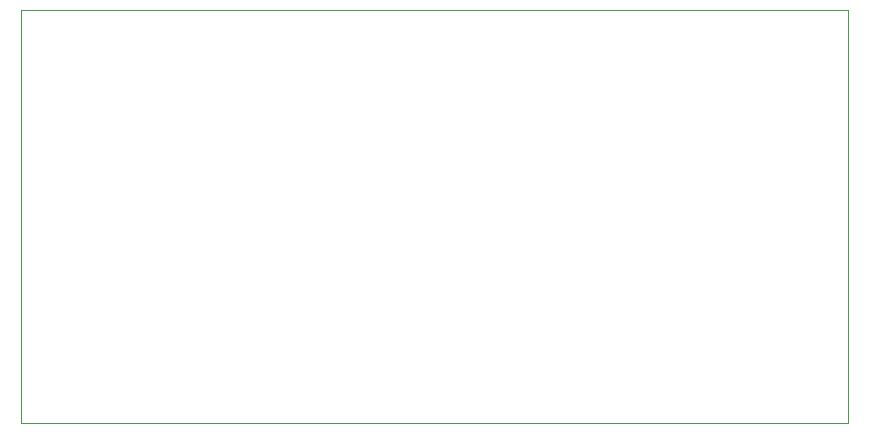
<source format=gm1>
G04 #@! TF.GenerationSoftware,KiCad,Pcbnew,8.0.3*
G04 #@! TF.CreationDate,2024-07-01T21:16:25+08:00*
G04 #@! TF.ProjectId,PD board,50442062-6f61-4726-942e-6b696361645f,rev?*
G04 #@! TF.SameCoordinates,Original*
G04 #@! TF.FileFunction,Profile,NP*
%FSLAX46Y46*%
G04 Gerber Fmt 4.6, Leading zero omitted, Abs format (unit mm)*
G04 Created by KiCad (PCBNEW 8.0.3) date 2024-07-01 21:16:25*
%MOMM*%
%LPD*%
G01*
G04 APERTURE LIST*
G04 #@! TA.AperFunction,Profile*
%ADD10C,0.050000*%
G04 #@! TD*
G04 APERTURE END LIST*
D10*
X50000000Y-50000000D02*
X120000000Y-50000000D01*
X120000000Y-85000000D01*
X50000000Y-85000000D01*
X50000000Y-50000000D01*
M02*

</source>
